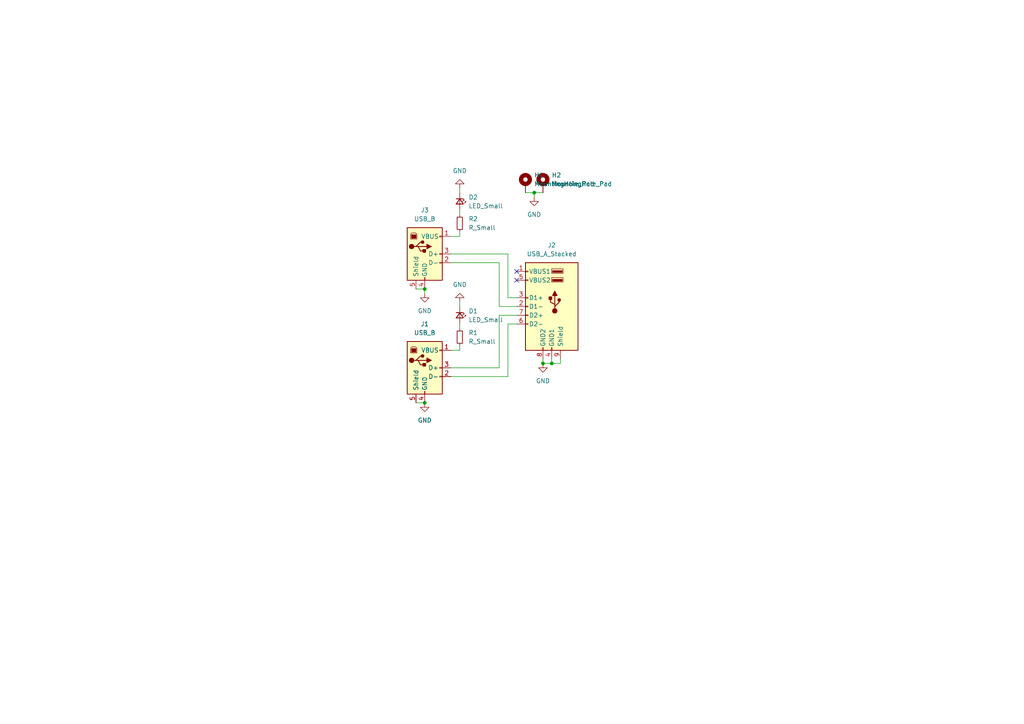
<source format=kicad_sch>
(kicad_sch (version 20231120) (generator "eeschema") (generator_version "8.0")
  (paper "A4")
  (lib_symbols
    (symbol "Connector:USB_A_Stacked" (pin_names (offset 1.016))
      (property "Reference" "J" (at 0 15.875 0))
      (property "Value" "USB_A_Stacked" (at 0 13.97 0))
      (symbol "USB_A_Stacked_0_1"
        (rectangle (start -7.62 12.7) (end 7.62 -12.7) (stroke (width 0.254)) (fill (type background)))
        (circle (center -2.159 1.905) (radius 0.381) (stroke (width 0.254)) (fill (type outline)))
        (circle (center -0.889 -1.27) (radius 0.635) (stroke (width 0.254)) (fill (type outline)))
        (rectangle (start -0.254 7.366) (end -3.048 7.874) (fill (type outline)))
        (rectangle (start -0.254 9.906) (end -3.048 10.414) (fill (type outline)))
        (rectangle (start -0.127 -12.7) (end 0.127 -11.938))
        (polyline (pts (xy -1.524 3.175) (xy -0.254 3.175) (xy -0.889 4.445) (xy -1.524 3.175)) (stroke (width 0.254)) (fill (type outline)))
        (polyline (pts (xy -0.889 -0.635) (xy -0.889 0) (xy -2.159 1.27) (xy -2.159 1.905)) (stroke (width 0.254)))
        (polyline (pts (xy -0.889 0) (xy -0.889 0.635) (xy 0.381 1.27) (xy 0.381 2.54)) (stroke (width 0.254)))
        (rectangle (start 0 2.794) (end 0.762 2.032) (stroke (width 0.254)) (fill (type outline)))
        (rectangle (start 0 7.112) (end -3.302 8.382))
        (rectangle (start 0 9.652) (end -3.302 10.922))
        (rectangle (start 2.413 -12.7) (end 2.667 -11.938))
        (rectangle (start 7.62 -5.207) (end 6.858 -4.953))
        (rectangle (start 7.62 -2.667) (end 6.858 -2.413))
        (rectangle (start 7.62 -0.127) (end 6.858 0.127))
        (rectangle (start 7.62 2.413) (end 6.858 2.667))
        (rectangle (start 7.62 7.493) (end 6.858 7.747))
        (rectangle (start 7.62 10.033) (end 6.858 10.287))
      )
      (symbol "USB_A_Stacked_1_1"
        (polyline (pts (xy -0.889 0.635) (xy -0.889 3.175)) (stroke (width 0.254)))
        (pin power_in line (at 10.16 10.16 180) (length 2.54) (name "VBUS1") (number "1"))
        (pin bidirectional line (at 10.16 0 180) (length 2.54) (name "D1-") (number "2"))
        (pin bidirectional line (at 10.16 2.54 180) (length 2.54) (name "D1+") (number "3"))
        (pin power_in line (at 0 -15.24 90) (length 2.54) (name "GND1") (number "4"))
        (pin power_in line (at 10.16 7.62 180) (length 2.54) (name "VBUS2") (number "5"))
        (pin bidirectional line (at 10.16 -5.08 180) (length 2.54) (name "D2-") (number "6"))
        (pin bidirectional line (at 10.16 -2.54 180) (length 2.54) (name "D2+") (number "7"))
        (pin power_in line (at 2.54 -15.24 90) (length 2.54) (name "GND2") (number "8"))
        (pin passive line (at -2.54 -15.24 90) (length 2.54) (name "Shield") (number "9"))
      )
    )
    (symbol "Connector:USB_B" (pin_names (offset 1.016))
      (property "Reference" "J" (at -5.08 11.43 0))
      (property "Value" "USB_B" (at -5.08 8.89 0))
      (symbol "USB_B_0_1"
        (rectangle (start -5.08 -7.62) (end 5.08 7.62) (stroke (width 0.254)) (fill (type background)))
        (circle (center -3.81 2.159) (radius 0.635) (stroke (width 0.254)) (fill (type outline)))
        (rectangle (start -3.81 5.588) (end -2.54 4.572) (fill (type outline)))
        (circle (center -0.635 3.429) (radius 0.381) (stroke (width 0.254)) (fill (type outline)))
        (rectangle (start -0.127 -7.62) (end 0.127 -6.858))
        (polyline (pts (xy -1.905 2.159) (xy 0.635 2.159)) (stroke (width 0.254)))
        (polyline (pts (xy -3.175 2.159) (xy -2.54 2.159) (xy -1.27 3.429) (xy -0.635 3.429)) (stroke (width 0.254)))
        (polyline (pts (xy -2.54 2.159) (xy -1.905 2.159) (xy -1.27 0.889) (xy 0 0.889)) (stroke (width 0.254)))
        (polyline (pts (xy 0.635 2.794) (xy 0.635 1.524) (xy 1.905 2.159) (xy 0.635 2.794)) (stroke (width 0.254)) (fill (type outline)))
        (polyline (pts (xy -4.064 4.318) (xy -2.286 4.318) (xy -2.286 5.715) (xy -2.667 6.096) (xy -3.683 6.096) (xy -4.064 5.715) (xy -4.064 4.318)))
        (rectangle (start 0.254 1.27) (end -0.508 0.508) (stroke (width 0.254)) (fill (type outline)))
        (rectangle (start 5.08 -2.667) (end 4.318 -2.413))
        (rectangle (start 5.08 -0.127) (end 4.318 0.127))
        (rectangle (start 5.08 4.953) (end 4.318 5.207))
      )
      (symbol "USB_B_1_1"
        (pin power_out line (at 7.62 5.08 180) (length 2.54) (name "VBUS") (number "1"))
        (pin bidirectional line (at 7.62 -2.54 180) (length 2.54) (name "D-") (number "2"))
        (pin bidirectional line (at 7.62 0 180) (length 2.54) (name "D+") (number "3"))
        (pin power_out line (at 0 -10.16 90) (length 2.54) (name "GND") (number "4"))
        (pin passive line (at -2.54 -10.16 90) (length 2.54) (name "Shield") (number "5"))
      )
    )
    (symbol "Device:LED_Small" (pin_numbers hide) (pin_names (offset 0.254) hide)
      (property "Reference" "D" (at -1.27 3.175 0))
      (property "Value" "LED_Small" (at -4.445 -2.54 0))
      (symbol "LED_Small_0_1"
        (polyline (pts (xy -0.762 -1.016) (xy -0.762 1.016)) (stroke (width 0.254)))
        (polyline (pts (xy 1.016 0) (xy -0.762 0)))
        (polyline (pts (xy 0.762 -1.016) (xy -0.762 0) (xy 0.762 1.016) (xy 0.762 -1.016)) (stroke (width 0.254)))
        (polyline (pts (xy 0 0.762) (xy -0.508 1.27) (xy -0.254 1.27) (xy -0.508 1.27) (xy -0.508 1.016)))
        (polyline (pts (xy 0.508 1.27) (xy 0 1.778) (xy 0.254 1.778) (xy 0 1.778) (xy 0 1.524)))
      )
      (symbol "LED_Small_1_1"
        (pin passive line (at -2.54 0 0) (length 1.778) (name "K") (number "1"))
        (pin passive line (at 2.54 0 180) (length 1.778) (name "A") (number "2"))
      )
    )
    (symbol "Device:R_Small" (pin_numbers hide) (pin_names (offset 0.254) hide)
      (property "Reference" "R" (at 0.762 0.508 0))
      (property "Value" "R_Small" (at 0.762 -1.016 0))
      (symbol "R_Small_0_1"
        (rectangle (start -0.762 1.778) (end 0.762 -1.778) (stroke (width 0.2032)))
      )
      (symbol "R_Small_1_1"
        (pin passive line (at 0 2.54 270) (length 0.762) (name "~") (number "1"))
        (pin passive line (at 0 -2.54 90) (length 0.762) (name "~") (number "2"))
      )
    )
    (symbol "Mechanical:MountingHole_Pad" (pin_numbers hide) (pin_names (offset 1.016) hide) (exclude_from_sim yes) (in_bom no)
      (property "Reference" "H" (at 0 6.35 0))
      (property "Value" "MountingHole_Pad" (at 0 4.445 0))
      (symbol "MountingHole_Pad_0_1"
        (circle (center 0 1.27) (radius 1.27) (stroke (width 1.27)))
      )
      (symbol "MountingHole_Pad_1_1"
        (pin input line (at 0 -2.54 90) (length 2.54) (name "1") (number "1"))
      )
    )
    (symbol "power:GND" (power) (pin_numbers hide) (pin_names (offset 0) hide)
      (property "Value" "GND" (at 0 -3.81 0))
      (symbol "GND_0_1"
        (polyline (pts (xy 0 0) (xy 0 -1.27) (xy 1.27 -1.27) (xy 0 -2.54) (xy -1.27 -1.27) (xy 0 -1.27)))
      )
      (symbol "GND_1_1"
        (pin power_in line (at 0 0 270) (length 0) (name "~") (number "1"))
      )
    )
  )
  (junction (at 154.94 55.88))
  (junction (at 157.48 105.41))
  (junction (at 123.19 116.84))
  (junction (at 160.02 105.41))
  (junction (at 123.19 83.82))
  (no_connect (at 149.86 78.74))
  (no_connect (at 149.86 81.28))
  (wire (pts (xy 147.32 109.22) (xy 147.32 93.98)))
  (wire (pts (xy 157.48 105.41) (xy 157.48 104.14)))
  (wire (pts (xy 154.94 55.88) (xy 157.48 55.88)))
  (wire (pts (xy 162.56 105.41) (xy 160.02 105.41)))
  (wire (pts (xy 147.32 93.98) (xy 149.86 93.98)))
  (wire (pts (xy 147.32 86.36) (xy 149.86 86.36)))
  (wire (pts (xy 133.35 93.98) (xy 133.35 95.25)))
  (wire (pts (xy 162.56 104.14) (xy 162.56 105.41)))
  (wire (pts (xy 152.4 55.88) (xy 154.94 55.88)))
  (wire (pts (xy 130.81 106.68) (xy 144.78 106.68)))
  (wire (pts (xy 147.32 73.66) (xy 147.32 86.36)))
  (wire (pts (xy 130.81 76.2) (xy 144.78 76.2)))
  (wire (pts (xy 133.35 87.63) (xy 133.35 88.9)))
  (wire (pts (xy 160.02 105.41) (xy 160.02 104.14)))
  (wire (pts (xy 144.78 106.68) (xy 144.78 91.44)))
  (wire (pts (xy 144.78 91.44) (xy 149.86 91.44)))
  (wire (pts (xy 130.81 68.58) (xy 133.35 68.58)))
  (wire (pts (xy 130.81 101.6) (xy 133.35 101.6)))
  (wire (pts (xy 130.81 73.66) (xy 147.32 73.66)))
  (wire (pts (xy 133.35 101.6) (xy 133.35 100.33)))
  (wire (pts (xy 130.81 109.22) (xy 147.32 109.22)))
  (wire (pts (xy 144.78 88.9) (xy 149.86 88.9)))
  (wire (pts (xy 133.35 60.96) (xy 133.35 62.23)))
  (wire (pts (xy 154.94 55.88) (xy 154.94 57.15)))
  (wire (pts (xy 133.35 68.58) (xy 133.35 67.31)))
  (wire (pts (xy 120.65 116.84) (xy 123.19 116.84)))
  (wire (pts (xy 144.78 76.2) (xy 144.78 88.9)))
  (wire (pts (xy 133.35 54.61) (xy 133.35 55.88)))
  (wire (pts (xy 157.48 105.41) (xy 160.02 105.41)))
  (wire (pts (xy 123.19 85.09) (xy 123.19 83.82)))
  (wire (pts (xy 120.65 83.82) (xy 123.19 83.82)))
  (symbol (lib_id "Mechanical:MountingHole_Pad") (at 152.4 53.34 0) (unit 1) (exclude_from_sim yes) (in_bom no)
    (property "Reference" "H1" (at 154.94 50.7999 0) (effects (justify left)))
    (property "Value" "MountingHole_Pad" (at 154.94 53.3399 0) (effects (justify left)))
    (property "Footprint" "MountingHole:MountingHole_3.2mm_M3_ISO7380" (effects (hide yes)))
    (property "Description" "Mounting Hole with connection" (effects (hide yes)))
  )
  (symbol (lib_id "Device:R_Small") (at 133.35 97.79 0) (unit 1)
    (property "Reference" "R1" (at 135.89 96.5199 0) (effects (justify left)))
    (property "Value" "R_Small" (at 135.89 99.0599 0) (effects (justify left)))
    (property "Footprint" "Resistor_SMD:R_1206_3216Metric" (effects (hide yes)))
    (property "Description" "Resistor, small symbol" (effects (hide yes)))
  )
  (symbol (lib_id "Connector:USB_B") (at 123.19 106.68 0) (unit 1)
    (property "Reference" "J1" (at 123.19 93.98 0))
    (property "Value" "USB_B" (at 123.19 96.52 0))
    (property "Footprint" "Connector_USB:USB_B_TE_5787834_Vertical" (effects (hide yes)))
    (property "Datasheet" " ~" (effects (hide yes)))
    (property "Description" "USB Type B connector" (effects (hide yes)))
  )
  (symbol (lib_id "Connector:USB_B") (at 123.19 73.66 0) (unit 1)
    (property "Reference" "J3" (at 123.19 60.96 0))
    (property "Value" "USB_B" (at 123.19 63.5 0))
    (property "Footprint" "Connector_USB:USB_B_TE_5787834_Vertical" (effects (hide yes)))
    (property "Datasheet" " ~" (effects (hide yes)))
    (property "Description" "USB Type B connector" (effects (hide yes)))
  )
  (symbol (lib_id "power:GND") (at 133.35 87.63 180) (unit 1)
    (property "Reference" "#PWR05" (effects (hide yes)))
    (property "Value" "GND" (at 133.35 82.55 0))
    (property "Description" "Power symbol creates a global label with name \"GND\" , ground" (effects (hide yes)))
  )
  (symbol (lib_id "Connector:USB_A_Stacked") (at 160.02 88.9 0) (mirror y) (unit 1)
    (property "Reference" "J2" (at 160.02 71.12 0))
    (property "Value" "USB_A_Stacked" (at 160.02 73.66 0))
    (property "Footprint" "Connector_USB:USB_A_CUI_UJ2-ADH-TH_Horizontal_Stacked" (effects (hide yes)))
    (property "Datasheet" " ~" (effects (hide yes)))
    (property "Description" "USB Type A connector, stacked" (effects (hide yes)))
  )
  (symbol (lib_id "Device:LED_Small") (at 133.35 58.42 270) (unit 1)
    (property "Reference" "D2" (at 135.89 57.2134 90) (effects (justify left)))
    (property "Value" "LED_Small" (at 135.89 59.7534 90) (effects (justify left)))
    (property "Footprint" "LED_SMD:LED_1206_3216Metric_Pad1.42x1.75mm_HandSolder" (effects (hide yes)))
    (property "Description" "Light emitting diode, small symbol" (effects (hide yes)))
  )
  (symbol (lib_id "power:GND") (at 133.35 54.61 180) (unit 1)
    (property "Reference" "#PWR04" (effects (hide yes)))
    (property "Value" "GND" (at 133.35 49.53 0))
    (property "Description" "Power symbol creates a global label with name \"GND\" , ground" (effects (hide yes)))
  )
  (symbol (lib_id "power:GND") (at 154.94 57.15 0) (unit 1)
    (property "Reference" "#PWR06" (effects (hide yes)))
    (property "Value" "GND" (at 154.94 62.23 0))
    (property "Description" "Power symbol creates a global label with name \"GND\" , ground" (effects (hide yes)))
  )
  (symbol (lib_id "Device:R_Small") (at 133.35 64.77 0) (unit 1)
    (property "Reference" "R2" (at 135.89 63.4999 0) (effects (justify left)))
    (property "Value" "R_Small" (at 135.89 66.0399 0) (effects (justify left)))
    (property "Footprint" "Resistor_SMD:R_1206_3216Metric" (effects (hide yes)))
    (property "Description" "Resistor, small symbol" (effects (hide yes)))
  )
  (symbol (lib_id "Mechanical:MountingHole_Pad") (at 157.48 53.34 0) (unit 1) (exclude_from_sim yes) (in_bom no)
    (property "Reference" "H2" (at 160.02 50.7999 0) (effects (justify left)))
    (property "Value" "MountingHole_Pad" (at 160.02 53.3399 0) (effects (justify left)))
    (property "Footprint" "MountingHole:MountingHole_3.2mm_M3_ISO7380" (effects (hide yes)))
    (property "Description" "Mounting Hole with connection" (effects (hide yes)))
  )
  (symbol (lib_id "power:GND") (at 123.19 116.84 0) (unit 1)
    (property "Reference" "#PWR02" (effects (hide yes)))
    (property "Value" "GND" (at 123.19 121.92 0))
    (property "Description" "Power symbol creates a global label with name \"GND\" , ground" (effects (hide yes)))
  )
  (symbol (lib_id "power:GND") (at 123.19 85.09 0) (unit 1)
    (property "Reference" "#PWR01" (effects (hide yes)))
    (property "Value" "GND" (at 123.19 90.17 0))
    (property "Description" "Power symbol creates a global label with name \"GND\" , ground" (effects (hide yes)))
  )
  (symbol (lib_id "power:GND") (at 157.48 105.41 0) (unit 1)
    (property "Reference" "#PWR03" (effects (hide yes)))
    (property "Value" "GND" (at 157.48 110.49 0))
    (property "Description" "Power symbol creates a global label with name \"GND\" , ground" (effects (hide yes)))
  )
  (symbol (lib_id "Device:LED_Small") (at 133.35 91.44 270) (unit 1)
    (property "Reference" "D1" (at 135.89 90.2334 90) (effects (justify left)))
    (property "Value" "LED_Small" (at 135.89 92.7734 90) (effects (justify left)))
    (property "Footprint" "LED_SMD:LED_1206_3216Metric_Pad1.42x1.75mm_HandSolder" (effects (hide yes)))
    (property "Description" "Light emitting diode, small symbol" (effects (hide yes)))
  )
)
</source>
